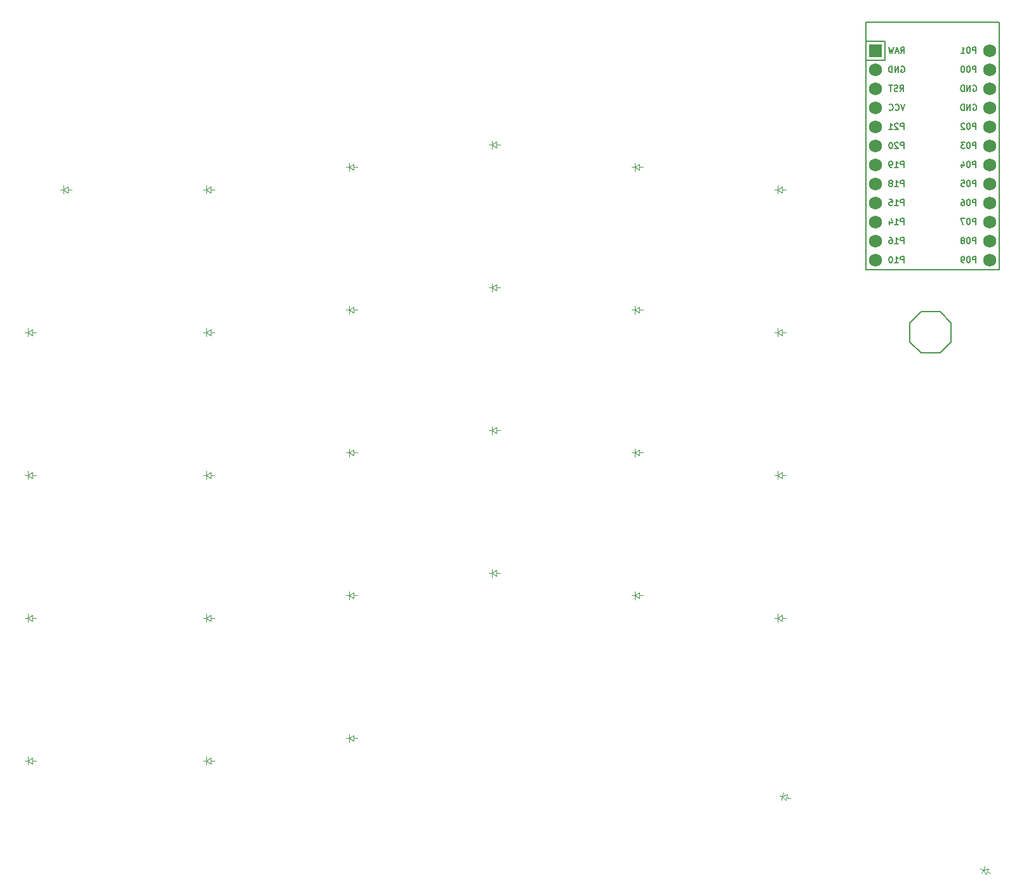
<source format=gbr>
%TF.GenerationSoftware,KiCad,Pcbnew,7.0.2-6a45011f42~172~ubuntu22.04.1*%
%TF.CreationDate,2023-05-03T20:51:48-04:00*%
%TF.ProjectId,left,6c656674-2e6b-4696-9361-645f70636258,v1.0.0*%
%TF.SameCoordinates,Original*%
%TF.FileFunction,Legend,Bot*%
%TF.FilePolarity,Positive*%
%FSLAX46Y46*%
G04 Gerber Fmt 4.6, Leading zero omitted, Abs format (unit mm)*
G04 Created by KiCad (PCBNEW 7.0.2-6a45011f42~172~ubuntu22.04.1) date 2023-05-03 20:51:48*
%MOMM*%
%LPD*%
G01*
G04 APERTURE LIST*
%ADD10C,0.150000*%
%ADD11C,0.100000*%
%ADD12C,1.752600*%
%ADD13R,1.752600X1.752600*%
G04 APERTURE END LIST*
D10*
%TO.C,MCU1*%
X171336428Y-64740095D02*
X171336428Y-63940095D01*
X171336428Y-63940095D02*
X171031666Y-63940095D01*
X171031666Y-63940095D02*
X170955476Y-63978190D01*
X170955476Y-63978190D02*
X170917381Y-64016285D01*
X170917381Y-64016285D02*
X170879285Y-64092476D01*
X170879285Y-64092476D02*
X170879285Y-64206761D01*
X170879285Y-64206761D02*
X170917381Y-64282952D01*
X170917381Y-64282952D02*
X170955476Y-64321047D01*
X170955476Y-64321047D02*
X171031666Y-64359142D01*
X171031666Y-64359142D02*
X171336428Y-64359142D01*
X170384047Y-63940095D02*
X170307857Y-63940095D01*
X170307857Y-63940095D02*
X170231666Y-63978190D01*
X170231666Y-63978190D02*
X170193571Y-64016285D01*
X170193571Y-64016285D02*
X170155476Y-64092476D01*
X170155476Y-64092476D02*
X170117381Y-64244857D01*
X170117381Y-64244857D02*
X170117381Y-64435333D01*
X170117381Y-64435333D02*
X170155476Y-64587714D01*
X170155476Y-64587714D02*
X170193571Y-64663904D01*
X170193571Y-64663904D02*
X170231666Y-64702000D01*
X170231666Y-64702000D02*
X170307857Y-64740095D01*
X170307857Y-64740095D02*
X170384047Y-64740095D01*
X170384047Y-64740095D02*
X170460238Y-64702000D01*
X170460238Y-64702000D02*
X170498333Y-64663904D01*
X170498333Y-64663904D02*
X170536428Y-64587714D01*
X170536428Y-64587714D02*
X170574524Y-64435333D01*
X170574524Y-64435333D02*
X170574524Y-64244857D01*
X170574524Y-64244857D02*
X170536428Y-64092476D01*
X170536428Y-64092476D02*
X170498333Y-64016285D01*
X170498333Y-64016285D02*
X170460238Y-63978190D01*
X170460238Y-63978190D02*
X170384047Y-63940095D01*
X169736428Y-64740095D02*
X169584047Y-64740095D01*
X169584047Y-64740095D02*
X169507857Y-64702000D01*
X169507857Y-64702000D02*
X169469761Y-64663904D01*
X169469761Y-64663904D02*
X169393571Y-64549619D01*
X169393571Y-64549619D02*
X169355476Y-64397238D01*
X169355476Y-64397238D02*
X169355476Y-64092476D01*
X169355476Y-64092476D02*
X169393571Y-64016285D01*
X169393571Y-64016285D02*
X169431666Y-63978190D01*
X169431666Y-63978190D02*
X169507857Y-63940095D01*
X169507857Y-63940095D02*
X169660238Y-63940095D01*
X169660238Y-63940095D02*
X169736428Y-63978190D01*
X169736428Y-63978190D02*
X169774523Y-64016285D01*
X169774523Y-64016285D02*
X169812619Y-64092476D01*
X169812619Y-64092476D02*
X169812619Y-64282952D01*
X169812619Y-64282952D02*
X169774523Y-64359142D01*
X169774523Y-64359142D02*
X169736428Y-64397238D01*
X169736428Y-64397238D02*
X169660238Y-64435333D01*
X169660238Y-64435333D02*
X169507857Y-64435333D01*
X169507857Y-64435333D02*
X169431666Y-64397238D01*
X169431666Y-64397238D02*
X169393571Y-64359142D01*
X169393571Y-64359142D02*
X169355476Y-64282952D01*
X171336428Y-62200095D02*
X171336428Y-61400095D01*
X171336428Y-61400095D02*
X171031666Y-61400095D01*
X171031666Y-61400095D02*
X170955476Y-61438190D01*
X170955476Y-61438190D02*
X170917381Y-61476285D01*
X170917381Y-61476285D02*
X170879285Y-61552476D01*
X170879285Y-61552476D02*
X170879285Y-61666761D01*
X170879285Y-61666761D02*
X170917381Y-61742952D01*
X170917381Y-61742952D02*
X170955476Y-61781047D01*
X170955476Y-61781047D02*
X171031666Y-61819142D01*
X171031666Y-61819142D02*
X171336428Y-61819142D01*
X170384047Y-61400095D02*
X170307857Y-61400095D01*
X170307857Y-61400095D02*
X170231666Y-61438190D01*
X170231666Y-61438190D02*
X170193571Y-61476285D01*
X170193571Y-61476285D02*
X170155476Y-61552476D01*
X170155476Y-61552476D02*
X170117381Y-61704857D01*
X170117381Y-61704857D02*
X170117381Y-61895333D01*
X170117381Y-61895333D02*
X170155476Y-62047714D01*
X170155476Y-62047714D02*
X170193571Y-62123904D01*
X170193571Y-62123904D02*
X170231666Y-62162000D01*
X170231666Y-62162000D02*
X170307857Y-62200095D01*
X170307857Y-62200095D02*
X170384047Y-62200095D01*
X170384047Y-62200095D02*
X170460238Y-62162000D01*
X170460238Y-62162000D02*
X170498333Y-62123904D01*
X170498333Y-62123904D02*
X170536428Y-62047714D01*
X170536428Y-62047714D02*
X170574524Y-61895333D01*
X170574524Y-61895333D02*
X170574524Y-61704857D01*
X170574524Y-61704857D02*
X170536428Y-61552476D01*
X170536428Y-61552476D02*
X170498333Y-61476285D01*
X170498333Y-61476285D02*
X170460238Y-61438190D01*
X170460238Y-61438190D02*
X170384047Y-61400095D01*
X169660238Y-61742952D02*
X169736428Y-61704857D01*
X169736428Y-61704857D02*
X169774523Y-61666761D01*
X169774523Y-61666761D02*
X169812619Y-61590571D01*
X169812619Y-61590571D02*
X169812619Y-61552476D01*
X169812619Y-61552476D02*
X169774523Y-61476285D01*
X169774523Y-61476285D02*
X169736428Y-61438190D01*
X169736428Y-61438190D02*
X169660238Y-61400095D01*
X169660238Y-61400095D02*
X169507857Y-61400095D01*
X169507857Y-61400095D02*
X169431666Y-61438190D01*
X169431666Y-61438190D02*
X169393571Y-61476285D01*
X169393571Y-61476285D02*
X169355476Y-61552476D01*
X169355476Y-61552476D02*
X169355476Y-61590571D01*
X169355476Y-61590571D02*
X169393571Y-61666761D01*
X169393571Y-61666761D02*
X169431666Y-61704857D01*
X169431666Y-61704857D02*
X169507857Y-61742952D01*
X169507857Y-61742952D02*
X169660238Y-61742952D01*
X169660238Y-61742952D02*
X169736428Y-61781047D01*
X169736428Y-61781047D02*
X169774523Y-61819142D01*
X169774523Y-61819142D02*
X169812619Y-61895333D01*
X169812619Y-61895333D02*
X169812619Y-62047714D01*
X169812619Y-62047714D02*
X169774523Y-62123904D01*
X169774523Y-62123904D02*
X169736428Y-62162000D01*
X169736428Y-62162000D02*
X169660238Y-62200095D01*
X169660238Y-62200095D02*
X169507857Y-62200095D01*
X169507857Y-62200095D02*
X169431666Y-62162000D01*
X169431666Y-62162000D02*
X169393571Y-62123904D01*
X169393571Y-62123904D02*
X169355476Y-62047714D01*
X169355476Y-62047714D02*
X169355476Y-61895333D01*
X169355476Y-61895333D02*
X169393571Y-61819142D01*
X169393571Y-61819142D02*
X169431666Y-61781047D01*
X169431666Y-61781047D02*
X169507857Y-61742952D01*
X171336428Y-59660095D02*
X171336428Y-58860095D01*
X171336428Y-58860095D02*
X171031666Y-58860095D01*
X171031666Y-58860095D02*
X170955476Y-58898190D01*
X170955476Y-58898190D02*
X170917381Y-58936285D01*
X170917381Y-58936285D02*
X170879285Y-59012476D01*
X170879285Y-59012476D02*
X170879285Y-59126761D01*
X170879285Y-59126761D02*
X170917381Y-59202952D01*
X170917381Y-59202952D02*
X170955476Y-59241047D01*
X170955476Y-59241047D02*
X171031666Y-59279142D01*
X171031666Y-59279142D02*
X171336428Y-59279142D01*
X170384047Y-58860095D02*
X170307857Y-58860095D01*
X170307857Y-58860095D02*
X170231666Y-58898190D01*
X170231666Y-58898190D02*
X170193571Y-58936285D01*
X170193571Y-58936285D02*
X170155476Y-59012476D01*
X170155476Y-59012476D02*
X170117381Y-59164857D01*
X170117381Y-59164857D02*
X170117381Y-59355333D01*
X170117381Y-59355333D02*
X170155476Y-59507714D01*
X170155476Y-59507714D02*
X170193571Y-59583904D01*
X170193571Y-59583904D02*
X170231666Y-59622000D01*
X170231666Y-59622000D02*
X170307857Y-59660095D01*
X170307857Y-59660095D02*
X170384047Y-59660095D01*
X170384047Y-59660095D02*
X170460238Y-59622000D01*
X170460238Y-59622000D02*
X170498333Y-59583904D01*
X170498333Y-59583904D02*
X170536428Y-59507714D01*
X170536428Y-59507714D02*
X170574524Y-59355333D01*
X170574524Y-59355333D02*
X170574524Y-59164857D01*
X170574524Y-59164857D02*
X170536428Y-59012476D01*
X170536428Y-59012476D02*
X170498333Y-58936285D01*
X170498333Y-58936285D02*
X170460238Y-58898190D01*
X170460238Y-58898190D02*
X170384047Y-58860095D01*
X169850714Y-58860095D02*
X169317380Y-58860095D01*
X169317380Y-58860095D02*
X169660238Y-59660095D01*
X171336428Y-57120095D02*
X171336428Y-56320095D01*
X171336428Y-56320095D02*
X171031666Y-56320095D01*
X171031666Y-56320095D02*
X170955476Y-56358190D01*
X170955476Y-56358190D02*
X170917381Y-56396285D01*
X170917381Y-56396285D02*
X170879285Y-56472476D01*
X170879285Y-56472476D02*
X170879285Y-56586761D01*
X170879285Y-56586761D02*
X170917381Y-56662952D01*
X170917381Y-56662952D02*
X170955476Y-56701047D01*
X170955476Y-56701047D02*
X171031666Y-56739142D01*
X171031666Y-56739142D02*
X171336428Y-56739142D01*
X170384047Y-56320095D02*
X170307857Y-56320095D01*
X170307857Y-56320095D02*
X170231666Y-56358190D01*
X170231666Y-56358190D02*
X170193571Y-56396285D01*
X170193571Y-56396285D02*
X170155476Y-56472476D01*
X170155476Y-56472476D02*
X170117381Y-56624857D01*
X170117381Y-56624857D02*
X170117381Y-56815333D01*
X170117381Y-56815333D02*
X170155476Y-56967714D01*
X170155476Y-56967714D02*
X170193571Y-57043904D01*
X170193571Y-57043904D02*
X170231666Y-57082000D01*
X170231666Y-57082000D02*
X170307857Y-57120095D01*
X170307857Y-57120095D02*
X170384047Y-57120095D01*
X170384047Y-57120095D02*
X170460238Y-57082000D01*
X170460238Y-57082000D02*
X170498333Y-57043904D01*
X170498333Y-57043904D02*
X170536428Y-56967714D01*
X170536428Y-56967714D02*
X170574524Y-56815333D01*
X170574524Y-56815333D02*
X170574524Y-56624857D01*
X170574524Y-56624857D02*
X170536428Y-56472476D01*
X170536428Y-56472476D02*
X170498333Y-56396285D01*
X170498333Y-56396285D02*
X170460238Y-56358190D01*
X170460238Y-56358190D02*
X170384047Y-56320095D01*
X169431666Y-56320095D02*
X169584047Y-56320095D01*
X169584047Y-56320095D02*
X169660238Y-56358190D01*
X169660238Y-56358190D02*
X169698333Y-56396285D01*
X169698333Y-56396285D02*
X169774523Y-56510571D01*
X169774523Y-56510571D02*
X169812619Y-56662952D01*
X169812619Y-56662952D02*
X169812619Y-56967714D01*
X169812619Y-56967714D02*
X169774523Y-57043904D01*
X169774523Y-57043904D02*
X169736428Y-57082000D01*
X169736428Y-57082000D02*
X169660238Y-57120095D01*
X169660238Y-57120095D02*
X169507857Y-57120095D01*
X169507857Y-57120095D02*
X169431666Y-57082000D01*
X169431666Y-57082000D02*
X169393571Y-57043904D01*
X169393571Y-57043904D02*
X169355476Y-56967714D01*
X169355476Y-56967714D02*
X169355476Y-56777238D01*
X169355476Y-56777238D02*
X169393571Y-56701047D01*
X169393571Y-56701047D02*
X169431666Y-56662952D01*
X169431666Y-56662952D02*
X169507857Y-56624857D01*
X169507857Y-56624857D02*
X169660238Y-56624857D01*
X169660238Y-56624857D02*
X169736428Y-56662952D01*
X169736428Y-56662952D02*
X169774523Y-56701047D01*
X169774523Y-56701047D02*
X169812619Y-56777238D01*
X171336428Y-54580095D02*
X171336428Y-53780095D01*
X171336428Y-53780095D02*
X171031666Y-53780095D01*
X171031666Y-53780095D02*
X170955476Y-53818190D01*
X170955476Y-53818190D02*
X170917381Y-53856285D01*
X170917381Y-53856285D02*
X170879285Y-53932476D01*
X170879285Y-53932476D02*
X170879285Y-54046761D01*
X170879285Y-54046761D02*
X170917381Y-54122952D01*
X170917381Y-54122952D02*
X170955476Y-54161047D01*
X170955476Y-54161047D02*
X171031666Y-54199142D01*
X171031666Y-54199142D02*
X171336428Y-54199142D01*
X170384047Y-53780095D02*
X170307857Y-53780095D01*
X170307857Y-53780095D02*
X170231666Y-53818190D01*
X170231666Y-53818190D02*
X170193571Y-53856285D01*
X170193571Y-53856285D02*
X170155476Y-53932476D01*
X170155476Y-53932476D02*
X170117381Y-54084857D01*
X170117381Y-54084857D02*
X170117381Y-54275333D01*
X170117381Y-54275333D02*
X170155476Y-54427714D01*
X170155476Y-54427714D02*
X170193571Y-54503904D01*
X170193571Y-54503904D02*
X170231666Y-54542000D01*
X170231666Y-54542000D02*
X170307857Y-54580095D01*
X170307857Y-54580095D02*
X170384047Y-54580095D01*
X170384047Y-54580095D02*
X170460238Y-54542000D01*
X170460238Y-54542000D02*
X170498333Y-54503904D01*
X170498333Y-54503904D02*
X170536428Y-54427714D01*
X170536428Y-54427714D02*
X170574524Y-54275333D01*
X170574524Y-54275333D02*
X170574524Y-54084857D01*
X170574524Y-54084857D02*
X170536428Y-53932476D01*
X170536428Y-53932476D02*
X170498333Y-53856285D01*
X170498333Y-53856285D02*
X170460238Y-53818190D01*
X170460238Y-53818190D02*
X170384047Y-53780095D01*
X169393571Y-53780095D02*
X169774523Y-53780095D01*
X169774523Y-53780095D02*
X169812619Y-54161047D01*
X169812619Y-54161047D02*
X169774523Y-54122952D01*
X169774523Y-54122952D02*
X169698333Y-54084857D01*
X169698333Y-54084857D02*
X169507857Y-54084857D01*
X169507857Y-54084857D02*
X169431666Y-54122952D01*
X169431666Y-54122952D02*
X169393571Y-54161047D01*
X169393571Y-54161047D02*
X169355476Y-54237238D01*
X169355476Y-54237238D02*
X169355476Y-54427714D01*
X169355476Y-54427714D02*
X169393571Y-54503904D01*
X169393571Y-54503904D02*
X169431666Y-54542000D01*
X169431666Y-54542000D02*
X169507857Y-54580095D01*
X169507857Y-54580095D02*
X169698333Y-54580095D01*
X169698333Y-54580095D02*
X169774523Y-54542000D01*
X169774523Y-54542000D02*
X169812619Y-54503904D01*
X171336428Y-52040095D02*
X171336428Y-51240095D01*
X171336428Y-51240095D02*
X171031666Y-51240095D01*
X171031666Y-51240095D02*
X170955476Y-51278190D01*
X170955476Y-51278190D02*
X170917381Y-51316285D01*
X170917381Y-51316285D02*
X170879285Y-51392476D01*
X170879285Y-51392476D02*
X170879285Y-51506761D01*
X170879285Y-51506761D02*
X170917381Y-51582952D01*
X170917381Y-51582952D02*
X170955476Y-51621047D01*
X170955476Y-51621047D02*
X171031666Y-51659142D01*
X171031666Y-51659142D02*
X171336428Y-51659142D01*
X170384047Y-51240095D02*
X170307857Y-51240095D01*
X170307857Y-51240095D02*
X170231666Y-51278190D01*
X170231666Y-51278190D02*
X170193571Y-51316285D01*
X170193571Y-51316285D02*
X170155476Y-51392476D01*
X170155476Y-51392476D02*
X170117381Y-51544857D01*
X170117381Y-51544857D02*
X170117381Y-51735333D01*
X170117381Y-51735333D02*
X170155476Y-51887714D01*
X170155476Y-51887714D02*
X170193571Y-51963904D01*
X170193571Y-51963904D02*
X170231666Y-52002000D01*
X170231666Y-52002000D02*
X170307857Y-52040095D01*
X170307857Y-52040095D02*
X170384047Y-52040095D01*
X170384047Y-52040095D02*
X170460238Y-52002000D01*
X170460238Y-52002000D02*
X170498333Y-51963904D01*
X170498333Y-51963904D02*
X170536428Y-51887714D01*
X170536428Y-51887714D02*
X170574524Y-51735333D01*
X170574524Y-51735333D02*
X170574524Y-51544857D01*
X170574524Y-51544857D02*
X170536428Y-51392476D01*
X170536428Y-51392476D02*
X170498333Y-51316285D01*
X170498333Y-51316285D02*
X170460238Y-51278190D01*
X170460238Y-51278190D02*
X170384047Y-51240095D01*
X169431666Y-51506761D02*
X169431666Y-52040095D01*
X169622142Y-51202000D02*
X169812619Y-51773428D01*
X169812619Y-51773428D02*
X169317380Y-51773428D01*
X171336428Y-49500095D02*
X171336428Y-48700095D01*
X171336428Y-48700095D02*
X171031666Y-48700095D01*
X171031666Y-48700095D02*
X170955476Y-48738190D01*
X170955476Y-48738190D02*
X170917381Y-48776285D01*
X170917381Y-48776285D02*
X170879285Y-48852476D01*
X170879285Y-48852476D02*
X170879285Y-48966761D01*
X170879285Y-48966761D02*
X170917381Y-49042952D01*
X170917381Y-49042952D02*
X170955476Y-49081047D01*
X170955476Y-49081047D02*
X171031666Y-49119142D01*
X171031666Y-49119142D02*
X171336428Y-49119142D01*
X170384047Y-48700095D02*
X170307857Y-48700095D01*
X170307857Y-48700095D02*
X170231666Y-48738190D01*
X170231666Y-48738190D02*
X170193571Y-48776285D01*
X170193571Y-48776285D02*
X170155476Y-48852476D01*
X170155476Y-48852476D02*
X170117381Y-49004857D01*
X170117381Y-49004857D02*
X170117381Y-49195333D01*
X170117381Y-49195333D02*
X170155476Y-49347714D01*
X170155476Y-49347714D02*
X170193571Y-49423904D01*
X170193571Y-49423904D02*
X170231666Y-49462000D01*
X170231666Y-49462000D02*
X170307857Y-49500095D01*
X170307857Y-49500095D02*
X170384047Y-49500095D01*
X170384047Y-49500095D02*
X170460238Y-49462000D01*
X170460238Y-49462000D02*
X170498333Y-49423904D01*
X170498333Y-49423904D02*
X170536428Y-49347714D01*
X170536428Y-49347714D02*
X170574524Y-49195333D01*
X170574524Y-49195333D02*
X170574524Y-49004857D01*
X170574524Y-49004857D02*
X170536428Y-48852476D01*
X170536428Y-48852476D02*
X170498333Y-48776285D01*
X170498333Y-48776285D02*
X170460238Y-48738190D01*
X170460238Y-48738190D02*
X170384047Y-48700095D01*
X169850714Y-48700095D02*
X169355476Y-48700095D01*
X169355476Y-48700095D02*
X169622142Y-49004857D01*
X169622142Y-49004857D02*
X169507857Y-49004857D01*
X169507857Y-49004857D02*
X169431666Y-49042952D01*
X169431666Y-49042952D02*
X169393571Y-49081047D01*
X169393571Y-49081047D02*
X169355476Y-49157238D01*
X169355476Y-49157238D02*
X169355476Y-49347714D01*
X169355476Y-49347714D02*
X169393571Y-49423904D01*
X169393571Y-49423904D02*
X169431666Y-49462000D01*
X169431666Y-49462000D02*
X169507857Y-49500095D01*
X169507857Y-49500095D02*
X169736428Y-49500095D01*
X169736428Y-49500095D02*
X169812619Y-49462000D01*
X169812619Y-49462000D02*
X169850714Y-49423904D01*
X171336428Y-46960095D02*
X171336428Y-46160095D01*
X171336428Y-46160095D02*
X171031666Y-46160095D01*
X171031666Y-46160095D02*
X170955476Y-46198190D01*
X170955476Y-46198190D02*
X170917381Y-46236285D01*
X170917381Y-46236285D02*
X170879285Y-46312476D01*
X170879285Y-46312476D02*
X170879285Y-46426761D01*
X170879285Y-46426761D02*
X170917381Y-46502952D01*
X170917381Y-46502952D02*
X170955476Y-46541047D01*
X170955476Y-46541047D02*
X171031666Y-46579142D01*
X171031666Y-46579142D02*
X171336428Y-46579142D01*
X170384047Y-46160095D02*
X170307857Y-46160095D01*
X170307857Y-46160095D02*
X170231666Y-46198190D01*
X170231666Y-46198190D02*
X170193571Y-46236285D01*
X170193571Y-46236285D02*
X170155476Y-46312476D01*
X170155476Y-46312476D02*
X170117381Y-46464857D01*
X170117381Y-46464857D02*
X170117381Y-46655333D01*
X170117381Y-46655333D02*
X170155476Y-46807714D01*
X170155476Y-46807714D02*
X170193571Y-46883904D01*
X170193571Y-46883904D02*
X170231666Y-46922000D01*
X170231666Y-46922000D02*
X170307857Y-46960095D01*
X170307857Y-46960095D02*
X170384047Y-46960095D01*
X170384047Y-46960095D02*
X170460238Y-46922000D01*
X170460238Y-46922000D02*
X170498333Y-46883904D01*
X170498333Y-46883904D02*
X170536428Y-46807714D01*
X170536428Y-46807714D02*
X170574524Y-46655333D01*
X170574524Y-46655333D02*
X170574524Y-46464857D01*
X170574524Y-46464857D02*
X170536428Y-46312476D01*
X170536428Y-46312476D02*
X170498333Y-46236285D01*
X170498333Y-46236285D02*
X170460238Y-46198190D01*
X170460238Y-46198190D02*
X170384047Y-46160095D01*
X169812619Y-46236285D02*
X169774523Y-46198190D01*
X169774523Y-46198190D02*
X169698333Y-46160095D01*
X169698333Y-46160095D02*
X169507857Y-46160095D01*
X169507857Y-46160095D02*
X169431666Y-46198190D01*
X169431666Y-46198190D02*
X169393571Y-46236285D01*
X169393571Y-46236285D02*
X169355476Y-46312476D01*
X169355476Y-46312476D02*
X169355476Y-46388666D01*
X169355476Y-46388666D02*
X169393571Y-46502952D01*
X169393571Y-46502952D02*
X169850714Y-46960095D01*
X169850714Y-46960095D02*
X169355476Y-46960095D01*
X170974523Y-43658190D02*
X171050713Y-43620095D01*
X171050713Y-43620095D02*
X171164999Y-43620095D01*
X171164999Y-43620095D02*
X171279285Y-43658190D01*
X171279285Y-43658190D02*
X171355475Y-43734380D01*
X171355475Y-43734380D02*
X171393570Y-43810571D01*
X171393570Y-43810571D02*
X171431666Y-43962952D01*
X171431666Y-43962952D02*
X171431666Y-44077238D01*
X171431666Y-44077238D02*
X171393570Y-44229619D01*
X171393570Y-44229619D02*
X171355475Y-44305809D01*
X171355475Y-44305809D02*
X171279285Y-44382000D01*
X171279285Y-44382000D02*
X171164999Y-44420095D01*
X171164999Y-44420095D02*
X171088808Y-44420095D01*
X171088808Y-44420095D02*
X170974523Y-44382000D01*
X170974523Y-44382000D02*
X170936427Y-44343904D01*
X170936427Y-44343904D02*
X170936427Y-44077238D01*
X170936427Y-44077238D02*
X171088808Y-44077238D01*
X170593570Y-44420095D02*
X170593570Y-43620095D01*
X170593570Y-43620095D02*
X170136427Y-44420095D01*
X170136427Y-44420095D02*
X170136427Y-43620095D01*
X169755475Y-44420095D02*
X169755475Y-43620095D01*
X169755475Y-43620095D02*
X169564999Y-43620095D01*
X169564999Y-43620095D02*
X169450713Y-43658190D01*
X169450713Y-43658190D02*
X169374523Y-43734380D01*
X169374523Y-43734380D02*
X169336428Y-43810571D01*
X169336428Y-43810571D02*
X169298332Y-43962952D01*
X169298332Y-43962952D02*
X169298332Y-44077238D01*
X169298332Y-44077238D02*
X169336428Y-44229619D01*
X169336428Y-44229619D02*
X169374523Y-44305809D01*
X169374523Y-44305809D02*
X169450713Y-44382000D01*
X169450713Y-44382000D02*
X169564999Y-44420095D01*
X169564999Y-44420095D02*
X169755475Y-44420095D01*
X170974523Y-41118190D02*
X171050713Y-41080095D01*
X171050713Y-41080095D02*
X171164999Y-41080095D01*
X171164999Y-41080095D02*
X171279285Y-41118190D01*
X171279285Y-41118190D02*
X171355475Y-41194380D01*
X171355475Y-41194380D02*
X171393570Y-41270571D01*
X171393570Y-41270571D02*
X171431666Y-41422952D01*
X171431666Y-41422952D02*
X171431666Y-41537238D01*
X171431666Y-41537238D02*
X171393570Y-41689619D01*
X171393570Y-41689619D02*
X171355475Y-41765809D01*
X171355475Y-41765809D02*
X171279285Y-41842000D01*
X171279285Y-41842000D02*
X171164999Y-41880095D01*
X171164999Y-41880095D02*
X171088808Y-41880095D01*
X171088808Y-41880095D02*
X170974523Y-41842000D01*
X170974523Y-41842000D02*
X170936427Y-41803904D01*
X170936427Y-41803904D02*
X170936427Y-41537238D01*
X170936427Y-41537238D02*
X171088808Y-41537238D01*
X170593570Y-41880095D02*
X170593570Y-41080095D01*
X170593570Y-41080095D02*
X170136427Y-41880095D01*
X170136427Y-41880095D02*
X170136427Y-41080095D01*
X169755475Y-41880095D02*
X169755475Y-41080095D01*
X169755475Y-41080095D02*
X169564999Y-41080095D01*
X169564999Y-41080095D02*
X169450713Y-41118190D01*
X169450713Y-41118190D02*
X169374523Y-41194380D01*
X169374523Y-41194380D02*
X169336428Y-41270571D01*
X169336428Y-41270571D02*
X169298332Y-41422952D01*
X169298332Y-41422952D02*
X169298332Y-41537238D01*
X169298332Y-41537238D02*
X169336428Y-41689619D01*
X169336428Y-41689619D02*
X169374523Y-41765809D01*
X169374523Y-41765809D02*
X169450713Y-41842000D01*
X169450713Y-41842000D02*
X169564999Y-41880095D01*
X169564999Y-41880095D02*
X169755475Y-41880095D01*
X171336428Y-39340095D02*
X171336428Y-38540095D01*
X171336428Y-38540095D02*
X171031666Y-38540095D01*
X171031666Y-38540095D02*
X170955476Y-38578190D01*
X170955476Y-38578190D02*
X170917381Y-38616285D01*
X170917381Y-38616285D02*
X170879285Y-38692476D01*
X170879285Y-38692476D02*
X170879285Y-38806761D01*
X170879285Y-38806761D02*
X170917381Y-38882952D01*
X170917381Y-38882952D02*
X170955476Y-38921047D01*
X170955476Y-38921047D02*
X171031666Y-38959142D01*
X171031666Y-38959142D02*
X171336428Y-38959142D01*
X170384047Y-38540095D02*
X170307857Y-38540095D01*
X170307857Y-38540095D02*
X170231666Y-38578190D01*
X170231666Y-38578190D02*
X170193571Y-38616285D01*
X170193571Y-38616285D02*
X170155476Y-38692476D01*
X170155476Y-38692476D02*
X170117381Y-38844857D01*
X170117381Y-38844857D02*
X170117381Y-39035333D01*
X170117381Y-39035333D02*
X170155476Y-39187714D01*
X170155476Y-39187714D02*
X170193571Y-39263904D01*
X170193571Y-39263904D02*
X170231666Y-39302000D01*
X170231666Y-39302000D02*
X170307857Y-39340095D01*
X170307857Y-39340095D02*
X170384047Y-39340095D01*
X170384047Y-39340095D02*
X170460238Y-39302000D01*
X170460238Y-39302000D02*
X170498333Y-39263904D01*
X170498333Y-39263904D02*
X170536428Y-39187714D01*
X170536428Y-39187714D02*
X170574524Y-39035333D01*
X170574524Y-39035333D02*
X170574524Y-38844857D01*
X170574524Y-38844857D02*
X170536428Y-38692476D01*
X170536428Y-38692476D02*
X170498333Y-38616285D01*
X170498333Y-38616285D02*
X170460238Y-38578190D01*
X170460238Y-38578190D02*
X170384047Y-38540095D01*
X169622142Y-38540095D02*
X169545952Y-38540095D01*
X169545952Y-38540095D02*
X169469761Y-38578190D01*
X169469761Y-38578190D02*
X169431666Y-38616285D01*
X169431666Y-38616285D02*
X169393571Y-38692476D01*
X169393571Y-38692476D02*
X169355476Y-38844857D01*
X169355476Y-38844857D02*
X169355476Y-39035333D01*
X169355476Y-39035333D02*
X169393571Y-39187714D01*
X169393571Y-39187714D02*
X169431666Y-39263904D01*
X169431666Y-39263904D02*
X169469761Y-39302000D01*
X169469761Y-39302000D02*
X169545952Y-39340095D01*
X169545952Y-39340095D02*
X169622142Y-39340095D01*
X169622142Y-39340095D02*
X169698333Y-39302000D01*
X169698333Y-39302000D02*
X169736428Y-39263904D01*
X169736428Y-39263904D02*
X169774523Y-39187714D01*
X169774523Y-39187714D02*
X169812619Y-39035333D01*
X169812619Y-39035333D02*
X169812619Y-38844857D01*
X169812619Y-38844857D02*
X169774523Y-38692476D01*
X169774523Y-38692476D02*
X169736428Y-38616285D01*
X169736428Y-38616285D02*
X169698333Y-38578190D01*
X169698333Y-38578190D02*
X169622142Y-38540095D01*
X171336428Y-36800095D02*
X171336428Y-36000095D01*
X171336428Y-36000095D02*
X171031666Y-36000095D01*
X171031666Y-36000095D02*
X170955476Y-36038190D01*
X170955476Y-36038190D02*
X170917381Y-36076285D01*
X170917381Y-36076285D02*
X170879285Y-36152476D01*
X170879285Y-36152476D02*
X170879285Y-36266761D01*
X170879285Y-36266761D02*
X170917381Y-36342952D01*
X170917381Y-36342952D02*
X170955476Y-36381047D01*
X170955476Y-36381047D02*
X171031666Y-36419142D01*
X171031666Y-36419142D02*
X171336428Y-36419142D01*
X170384047Y-36000095D02*
X170307857Y-36000095D01*
X170307857Y-36000095D02*
X170231666Y-36038190D01*
X170231666Y-36038190D02*
X170193571Y-36076285D01*
X170193571Y-36076285D02*
X170155476Y-36152476D01*
X170155476Y-36152476D02*
X170117381Y-36304857D01*
X170117381Y-36304857D02*
X170117381Y-36495333D01*
X170117381Y-36495333D02*
X170155476Y-36647714D01*
X170155476Y-36647714D02*
X170193571Y-36723904D01*
X170193571Y-36723904D02*
X170231666Y-36762000D01*
X170231666Y-36762000D02*
X170307857Y-36800095D01*
X170307857Y-36800095D02*
X170384047Y-36800095D01*
X170384047Y-36800095D02*
X170460238Y-36762000D01*
X170460238Y-36762000D02*
X170498333Y-36723904D01*
X170498333Y-36723904D02*
X170536428Y-36647714D01*
X170536428Y-36647714D02*
X170574524Y-36495333D01*
X170574524Y-36495333D02*
X170574524Y-36304857D01*
X170574524Y-36304857D02*
X170536428Y-36152476D01*
X170536428Y-36152476D02*
X170498333Y-36076285D01*
X170498333Y-36076285D02*
X170460238Y-36038190D01*
X170460238Y-36038190D02*
X170384047Y-36000095D01*
X169355476Y-36800095D02*
X169812619Y-36800095D01*
X169584047Y-36800095D02*
X169584047Y-36000095D01*
X169584047Y-36000095D02*
X169660238Y-36114380D01*
X169660238Y-36114380D02*
X169736428Y-36190571D01*
X169736428Y-36190571D02*
X169812619Y-36228666D01*
X161736428Y-64740095D02*
X161736428Y-63940095D01*
X161736428Y-63940095D02*
X161431666Y-63940095D01*
X161431666Y-63940095D02*
X161355476Y-63978190D01*
X161355476Y-63978190D02*
X161317381Y-64016285D01*
X161317381Y-64016285D02*
X161279285Y-64092476D01*
X161279285Y-64092476D02*
X161279285Y-64206761D01*
X161279285Y-64206761D02*
X161317381Y-64282952D01*
X161317381Y-64282952D02*
X161355476Y-64321047D01*
X161355476Y-64321047D02*
X161431666Y-64359142D01*
X161431666Y-64359142D02*
X161736428Y-64359142D01*
X160517381Y-64740095D02*
X160974524Y-64740095D01*
X160745952Y-64740095D02*
X160745952Y-63940095D01*
X160745952Y-63940095D02*
X160822143Y-64054380D01*
X160822143Y-64054380D02*
X160898333Y-64130571D01*
X160898333Y-64130571D02*
X160974524Y-64168666D01*
X160022142Y-63940095D02*
X159945952Y-63940095D01*
X159945952Y-63940095D02*
X159869761Y-63978190D01*
X159869761Y-63978190D02*
X159831666Y-64016285D01*
X159831666Y-64016285D02*
X159793571Y-64092476D01*
X159793571Y-64092476D02*
X159755476Y-64244857D01*
X159755476Y-64244857D02*
X159755476Y-64435333D01*
X159755476Y-64435333D02*
X159793571Y-64587714D01*
X159793571Y-64587714D02*
X159831666Y-64663904D01*
X159831666Y-64663904D02*
X159869761Y-64702000D01*
X159869761Y-64702000D02*
X159945952Y-64740095D01*
X159945952Y-64740095D02*
X160022142Y-64740095D01*
X160022142Y-64740095D02*
X160098333Y-64702000D01*
X160098333Y-64702000D02*
X160136428Y-64663904D01*
X160136428Y-64663904D02*
X160174523Y-64587714D01*
X160174523Y-64587714D02*
X160212619Y-64435333D01*
X160212619Y-64435333D02*
X160212619Y-64244857D01*
X160212619Y-64244857D02*
X160174523Y-64092476D01*
X160174523Y-64092476D02*
X160136428Y-64016285D01*
X160136428Y-64016285D02*
X160098333Y-63978190D01*
X160098333Y-63978190D02*
X160022142Y-63940095D01*
X161736428Y-62200095D02*
X161736428Y-61400095D01*
X161736428Y-61400095D02*
X161431666Y-61400095D01*
X161431666Y-61400095D02*
X161355476Y-61438190D01*
X161355476Y-61438190D02*
X161317381Y-61476285D01*
X161317381Y-61476285D02*
X161279285Y-61552476D01*
X161279285Y-61552476D02*
X161279285Y-61666761D01*
X161279285Y-61666761D02*
X161317381Y-61742952D01*
X161317381Y-61742952D02*
X161355476Y-61781047D01*
X161355476Y-61781047D02*
X161431666Y-61819142D01*
X161431666Y-61819142D02*
X161736428Y-61819142D01*
X160517381Y-62200095D02*
X160974524Y-62200095D01*
X160745952Y-62200095D02*
X160745952Y-61400095D01*
X160745952Y-61400095D02*
X160822143Y-61514380D01*
X160822143Y-61514380D02*
X160898333Y-61590571D01*
X160898333Y-61590571D02*
X160974524Y-61628666D01*
X159831666Y-61400095D02*
X159984047Y-61400095D01*
X159984047Y-61400095D02*
X160060238Y-61438190D01*
X160060238Y-61438190D02*
X160098333Y-61476285D01*
X160098333Y-61476285D02*
X160174523Y-61590571D01*
X160174523Y-61590571D02*
X160212619Y-61742952D01*
X160212619Y-61742952D02*
X160212619Y-62047714D01*
X160212619Y-62047714D02*
X160174523Y-62123904D01*
X160174523Y-62123904D02*
X160136428Y-62162000D01*
X160136428Y-62162000D02*
X160060238Y-62200095D01*
X160060238Y-62200095D02*
X159907857Y-62200095D01*
X159907857Y-62200095D02*
X159831666Y-62162000D01*
X159831666Y-62162000D02*
X159793571Y-62123904D01*
X159793571Y-62123904D02*
X159755476Y-62047714D01*
X159755476Y-62047714D02*
X159755476Y-61857238D01*
X159755476Y-61857238D02*
X159793571Y-61781047D01*
X159793571Y-61781047D02*
X159831666Y-61742952D01*
X159831666Y-61742952D02*
X159907857Y-61704857D01*
X159907857Y-61704857D02*
X160060238Y-61704857D01*
X160060238Y-61704857D02*
X160136428Y-61742952D01*
X160136428Y-61742952D02*
X160174523Y-61781047D01*
X160174523Y-61781047D02*
X160212619Y-61857238D01*
X161736428Y-59660095D02*
X161736428Y-58860095D01*
X161736428Y-58860095D02*
X161431666Y-58860095D01*
X161431666Y-58860095D02*
X161355476Y-58898190D01*
X161355476Y-58898190D02*
X161317381Y-58936285D01*
X161317381Y-58936285D02*
X161279285Y-59012476D01*
X161279285Y-59012476D02*
X161279285Y-59126761D01*
X161279285Y-59126761D02*
X161317381Y-59202952D01*
X161317381Y-59202952D02*
X161355476Y-59241047D01*
X161355476Y-59241047D02*
X161431666Y-59279142D01*
X161431666Y-59279142D02*
X161736428Y-59279142D01*
X160517381Y-59660095D02*
X160974524Y-59660095D01*
X160745952Y-59660095D02*
X160745952Y-58860095D01*
X160745952Y-58860095D02*
X160822143Y-58974380D01*
X160822143Y-58974380D02*
X160898333Y-59050571D01*
X160898333Y-59050571D02*
X160974524Y-59088666D01*
X159831666Y-59126761D02*
X159831666Y-59660095D01*
X160022142Y-58822000D02*
X160212619Y-59393428D01*
X160212619Y-59393428D02*
X159717380Y-59393428D01*
X161736428Y-57120095D02*
X161736428Y-56320095D01*
X161736428Y-56320095D02*
X161431666Y-56320095D01*
X161431666Y-56320095D02*
X161355476Y-56358190D01*
X161355476Y-56358190D02*
X161317381Y-56396285D01*
X161317381Y-56396285D02*
X161279285Y-56472476D01*
X161279285Y-56472476D02*
X161279285Y-56586761D01*
X161279285Y-56586761D02*
X161317381Y-56662952D01*
X161317381Y-56662952D02*
X161355476Y-56701047D01*
X161355476Y-56701047D02*
X161431666Y-56739142D01*
X161431666Y-56739142D02*
X161736428Y-56739142D01*
X160517381Y-57120095D02*
X160974524Y-57120095D01*
X160745952Y-57120095D02*
X160745952Y-56320095D01*
X160745952Y-56320095D02*
X160822143Y-56434380D01*
X160822143Y-56434380D02*
X160898333Y-56510571D01*
X160898333Y-56510571D02*
X160974524Y-56548666D01*
X159793571Y-56320095D02*
X160174523Y-56320095D01*
X160174523Y-56320095D02*
X160212619Y-56701047D01*
X160212619Y-56701047D02*
X160174523Y-56662952D01*
X160174523Y-56662952D02*
X160098333Y-56624857D01*
X160098333Y-56624857D02*
X159907857Y-56624857D01*
X159907857Y-56624857D02*
X159831666Y-56662952D01*
X159831666Y-56662952D02*
X159793571Y-56701047D01*
X159793571Y-56701047D02*
X159755476Y-56777238D01*
X159755476Y-56777238D02*
X159755476Y-56967714D01*
X159755476Y-56967714D02*
X159793571Y-57043904D01*
X159793571Y-57043904D02*
X159831666Y-57082000D01*
X159831666Y-57082000D02*
X159907857Y-57120095D01*
X159907857Y-57120095D02*
X160098333Y-57120095D01*
X160098333Y-57120095D02*
X160174523Y-57082000D01*
X160174523Y-57082000D02*
X160212619Y-57043904D01*
X161736428Y-54580095D02*
X161736428Y-53780095D01*
X161736428Y-53780095D02*
X161431666Y-53780095D01*
X161431666Y-53780095D02*
X161355476Y-53818190D01*
X161355476Y-53818190D02*
X161317381Y-53856285D01*
X161317381Y-53856285D02*
X161279285Y-53932476D01*
X161279285Y-53932476D02*
X161279285Y-54046761D01*
X161279285Y-54046761D02*
X161317381Y-54122952D01*
X161317381Y-54122952D02*
X161355476Y-54161047D01*
X161355476Y-54161047D02*
X161431666Y-54199142D01*
X161431666Y-54199142D02*
X161736428Y-54199142D01*
X160517381Y-54580095D02*
X160974524Y-54580095D01*
X160745952Y-54580095D02*
X160745952Y-53780095D01*
X160745952Y-53780095D02*
X160822143Y-53894380D01*
X160822143Y-53894380D02*
X160898333Y-53970571D01*
X160898333Y-53970571D02*
X160974524Y-54008666D01*
X160060238Y-54122952D02*
X160136428Y-54084857D01*
X160136428Y-54084857D02*
X160174523Y-54046761D01*
X160174523Y-54046761D02*
X160212619Y-53970571D01*
X160212619Y-53970571D02*
X160212619Y-53932476D01*
X160212619Y-53932476D02*
X160174523Y-53856285D01*
X160174523Y-53856285D02*
X160136428Y-53818190D01*
X160136428Y-53818190D02*
X160060238Y-53780095D01*
X160060238Y-53780095D02*
X159907857Y-53780095D01*
X159907857Y-53780095D02*
X159831666Y-53818190D01*
X159831666Y-53818190D02*
X159793571Y-53856285D01*
X159793571Y-53856285D02*
X159755476Y-53932476D01*
X159755476Y-53932476D02*
X159755476Y-53970571D01*
X159755476Y-53970571D02*
X159793571Y-54046761D01*
X159793571Y-54046761D02*
X159831666Y-54084857D01*
X159831666Y-54084857D02*
X159907857Y-54122952D01*
X159907857Y-54122952D02*
X160060238Y-54122952D01*
X160060238Y-54122952D02*
X160136428Y-54161047D01*
X160136428Y-54161047D02*
X160174523Y-54199142D01*
X160174523Y-54199142D02*
X160212619Y-54275333D01*
X160212619Y-54275333D02*
X160212619Y-54427714D01*
X160212619Y-54427714D02*
X160174523Y-54503904D01*
X160174523Y-54503904D02*
X160136428Y-54542000D01*
X160136428Y-54542000D02*
X160060238Y-54580095D01*
X160060238Y-54580095D02*
X159907857Y-54580095D01*
X159907857Y-54580095D02*
X159831666Y-54542000D01*
X159831666Y-54542000D02*
X159793571Y-54503904D01*
X159793571Y-54503904D02*
X159755476Y-54427714D01*
X159755476Y-54427714D02*
X159755476Y-54275333D01*
X159755476Y-54275333D02*
X159793571Y-54199142D01*
X159793571Y-54199142D02*
X159831666Y-54161047D01*
X159831666Y-54161047D02*
X159907857Y-54122952D01*
X161736428Y-52040095D02*
X161736428Y-51240095D01*
X161736428Y-51240095D02*
X161431666Y-51240095D01*
X161431666Y-51240095D02*
X161355476Y-51278190D01*
X161355476Y-51278190D02*
X161317381Y-51316285D01*
X161317381Y-51316285D02*
X161279285Y-51392476D01*
X161279285Y-51392476D02*
X161279285Y-51506761D01*
X161279285Y-51506761D02*
X161317381Y-51582952D01*
X161317381Y-51582952D02*
X161355476Y-51621047D01*
X161355476Y-51621047D02*
X161431666Y-51659142D01*
X161431666Y-51659142D02*
X161736428Y-51659142D01*
X160517381Y-52040095D02*
X160974524Y-52040095D01*
X160745952Y-52040095D02*
X160745952Y-51240095D01*
X160745952Y-51240095D02*
X160822143Y-51354380D01*
X160822143Y-51354380D02*
X160898333Y-51430571D01*
X160898333Y-51430571D02*
X160974524Y-51468666D01*
X160136428Y-52040095D02*
X159984047Y-52040095D01*
X159984047Y-52040095D02*
X159907857Y-52002000D01*
X159907857Y-52002000D02*
X159869761Y-51963904D01*
X159869761Y-51963904D02*
X159793571Y-51849619D01*
X159793571Y-51849619D02*
X159755476Y-51697238D01*
X159755476Y-51697238D02*
X159755476Y-51392476D01*
X159755476Y-51392476D02*
X159793571Y-51316285D01*
X159793571Y-51316285D02*
X159831666Y-51278190D01*
X159831666Y-51278190D02*
X159907857Y-51240095D01*
X159907857Y-51240095D02*
X160060238Y-51240095D01*
X160060238Y-51240095D02*
X160136428Y-51278190D01*
X160136428Y-51278190D02*
X160174523Y-51316285D01*
X160174523Y-51316285D02*
X160212619Y-51392476D01*
X160212619Y-51392476D02*
X160212619Y-51582952D01*
X160212619Y-51582952D02*
X160174523Y-51659142D01*
X160174523Y-51659142D02*
X160136428Y-51697238D01*
X160136428Y-51697238D02*
X160060238Y-51735333D01*
X160060238Y-51735333D02*
X159907857Y-51735333D01*
X159907857Y-51735333D02*
X159831666Y-51697238D01*
X159831666Y-51697238D02*
X159793571Y-51659142D01*
X159793571Y-51659142D02*
X159755476Y-51582952D01*
X161736428Y-49500095D02*
X161736428Y-48700095D01*
X161736428Y-48700095D02*
X161431666Y-48700095D01*
X161431666Y-48700095D02*
X161355476Y-48738190D01*
X161355476Y-48738190D02*
X161317381Y-48776285D01*
X161317381Y-48776285D02*
X161279285Y-48852476D01*
X161279285Y-48852476D02*
X161279285Y-48966761D01*
X161279285Y-48966761D02*
X161317381Y-49042952D01*
X161317381Y-49042952D02*
X161355476Y-49081047D01*
X161355476Y-49081047D02*
X161431666Y-49119142D01*
X161431666Y-49119142D02*
X161736428Y-49119142D01*
X160974524Y-48776285D02*
X160936428Y-48738190D01*
X160936428Y-48738190D02*
X160860238Y-48700095D01*
X160860238Y-48700095D02*
X160669762Y-48700095D01*
X160669762Y-48700095D02*
X160593571Y-48738190D01*
X160593571Y-48738190D02*
X160555476Y-48776285D01*
X160555476Y-48776285D02*
X160517381Y-48852476D01*
X160517381Y-48852476D02*
X160517381Y-48928666D01*
X160517381Y-48928666D02*
X160555476Y-49042952D01*
X160555476Y-49042952D02*
X161012619Y-49500095D01*
X161012619Y-49500095D02*
X160517381Y-49500095D01*
X160022142Y-48700095D02*
X159945952Y-48700095D01*
X159945952Y-48700095D02*
X159869761Y-48738190D01*
X159869761Y-48738190D02*
X159831666Y-48776285D01*
X159831666Y-48776285D02*
X159793571Y-48852476D01*
X159793571Y-48852476D02*
X159755476Y-49004857D01*
X159755476Y-49004857D02*
X159755476Y-49195333D01*
X159755476Y-49195333D02*
X159793571Y-49347714D01*
X159793571Y-49347714D02*
X159831666Y-49423904D01*
X159831666Y-49423904D02*
X159869761Y-49462000D01*
X159869761Y-49462000D02*
X159945952Y-49500095D01*
X159945952Y-49500095D02*
X160022142Y-49500095D01*
X160022142Y-49500095D02*
X160098333Y-49462000D01*
X160098333Y-49462000D02*
X160136428Y-49423904D01*
X160136428Y-49423904D02*
X160174523Y-49347714D01*
X160174523Y-49347714D02*
X160212619Y-49195333D01*
X160212619Y-49195333D02*
X160212619Y-49004857D01*
X160212619Y-49004857D02*
X160174523Y-48852476D01*
X160174523Y-48852476D02*
X160136428Y-48776285D01*
X160136428Y-48776285D02*
X160098333Y-48738190D01*
X160098333Y-48738190D02*
X160022142Y-48700095D01*
X161736428Y-46960095D02*
X161736428Y-46160095D01*
X161736428Y-46160095D02*
X161431666Y-46160095D01*
X161431666Y-46160095D02*
X161355476Y-46198190D01*
X161355476Y-46198190D02*
X161317381Y-46236285D01*
X161317381Y-46236285D02*
X161279285Y-46312476D01*
X161279285Y-46312476D02*
X161279285Y-46426761D01*
X161279285Y-46426761D02*
X161317381Y-46502952D01*
X161317381Y-46502952D02*
X161355476Y-46541047D01*
X161355476Y-46541047D02*
X161431666Y-46579142D01*
X161431666Y-46579142D02*
X161736428Y-46579142D01*
X160974524Y-46236285D02*
X160936428Y-46198190D01*
X160936428Y-46198190D02*
X160860238Y-46160095D01*
X160860238Y-46160095D02*
X160669762Y-46160095D01*
X160669762Y-46160095D02*
X160593571Y-46198190D01*
X160593571Y-46198190D02*
X160555476Y-46236285D01*
X160555476Y-46236285D02*
X160517381Y-46312476D01*
X160517381Y-46312476D02*
X160517381Y-46388666D01*
X160517381Y-46388666D02*
X160555476Y-46502952D01*
X160555476Y-46502952D02*
X161012619Y-46960095D01*
X161012619Y-46960095D02*
X160517381Y-46960095D01*
X159755476Y-46960095D02*
X160212619Y-46960095D01*
X159984047Y-46960095D02*
X159984047Y-46160095D01*
X159984047Y-46160095D02*
X160060238Y-46274380D01*
X160060238Y-46274380D02*
X160136428Y-46350571D01*
X160136428Y-46350571D02*
X160212619Y-46388666D01*
X161831666Y-43620095D02*
X161564999Y-44420095D01*
X161564999Y-44420095D02*
X161298333Y-43620095D01*
X160574523Y-44343904D02*
X160612619Y-44382000D01*
X160612619Y-44382000D02*
X160726904Y-44420095D01*
X160726904Y-44420095D02*
X160803095Y-44420095D01*
X160803095Y-44420095D02*
X160917381Y-44382000D01*
X160917381Y-44382000D02*
X160993571Y-44305809D01*
X160993571Y-44305809D02*
X161031666Y-44229619D01*
X161031666Y-44229619D02*
X161069762Y-44077238D01*
X161069762Y-44077238D02*
X161069762Y-43962952D01*
X161069762Y-43962952D02*
X161031666Y-43810571D01*
X161031666Y-43810571D02*
X160993571Y-43734380D01*
X160993571Y-43734380D02*
X160917381Y-43658190D01*
X160917381Y-43658190D02*
X160803095Y-43620095D01*
X160803095Y-43620095D02*
X160726904Y-43620095D01*
X160726904Y-43620095D02*
X160612619Y-43658190D01*
X160612619Y-43658190D02*
X160574523Y-43696285D01*
X159774523Y-44343904D02*
X159812619Y-44382000D01*
X159812619Y-44382000D02*
X159926904Y-44420095D01*
X159926904Y-44420095D02*
X160003095Y-44420095D01*
X160003095Y-44420095D02*
X160117381Y-44382000D01*
X160117381Y-44382000D02*
X160193571Y-44305809D01*
X160193571Y-44305809D02*
X160231666Y-44229619D01*
X160231666Y-44229619D02*
X160269762Y-44077238D01*
X160269762Y-44077238D02*
X160269762Y-43962952D01*
X160269762Y-43962952D02*
X160231666Y-43810571D01*
X160231666Y-43810571D02*
X160193571Y-43734380D01*
X160193571Y-43734380D02*
X160117381Y-43658190D01*
X160117381Y-43658190D02*
X160003095Y-43620095D01*
X160003095Y-43620095D02*
X159926904Y-43620095D01*
X159926904Y-43620095D02*
X159812619Y-43658190D01*
X159812619Y-43658190D02*
X159774523Y-43696285D01*
X161203094Y-41880095D02*
X161469761Y-41499142D01*
X161660237Y-41880095D02*
X161660237Y-41080095D01*
X161660237Y-41080095D02*
X161355475Y-41080095D01*
X161355475Y-41080095D02*
X161279285Y-41118190D01*
X161279285Y-41118190D02*
X161241190Y-41156285D01*
X161241190Y-41156285D02*
X161203094Y-41232476D01*
X161203094Y-41232476D02*
X161203094Y-41346761D01*
X161203094Y-41346761D02*
X161241190Y-41422952D01*
X161241190Y-41422952D02*
X161279285Y-41461047D01*
X161279285Y-41461047D02*
X161355475Y-41499142D01*
X161355475Y-41499142D02*
X161660237Y-41499142D01*
X160898333Y-41842000D02*
X160784047Y-41880095D01*
X160784047Y-41880095D02*
X160593571Y-41880095D01*
X160593571Y-41880095D02*
X160517380Y-41842000D01*
X160517380Y-41842000D02*
X160479285Y-41803904D01*
X160479285Y-41803904D02*
X160441190Y-41727714D01*
X160441190Y-41727714D02*
X160441190Y-41651523D01*
X160441190Y-41651523D02*
X160479285Y-41575333D01*
X160479285Y-41575333D02*
X160517380Y-41537238D01*
X160517380Y-41537238D02*
X160593571Y-41499142D01*
X160593571Y-41499142D02*
X160745952Y-41461047D01*
X160745952Y-41461047D02*
X160822142Y-41422952D01*
X160822142Y-41422952D02*
X160860237Y-41384857D01*
X160860237Y-41384857D02*
X160898333Y-41308666D01*
X160898333Y-41308666D02*
X160898333Y-41232476D01*
X160898333Y-41232476D02*
X160860237Y-41156285D01*
X160860237Y-41156285D02*
X160822142Y-41118190D01*
X160822142Y-41118190D02*
X160745952Y-41080095D01*
X160745952Y-41080095D02*
X160555475Y-41080095D01*
X160555475Y-41080095D02*
X160441190Y-41118190D01*
X160212618Y-41080095D02*
X159755475Y-41080095D01*
X159984047Y-41880095D02*
X159984047Y-41080095D01*
X161374523Y-38578190D02*
X161450713Y-38540095D01*
X161450713Y-38540095D02*
X161564999Y-38540095D01*
X161564999Y-38540095D02*
X161679285Y-38578190D01*
X161679285Y-38578190D02*
X161755475Y-38654380D01*
X161755475Y-38654380D02*
X161793570Y-38730571D01*
X161793570Y-38730571D02*
X161831666Y-38882952D01*
X161831666Y-38882952D02*
X161831666Y-38997238D01*
X161831666Y-38997238D02*
X161793570Y-39149619D01*
X161793570Y-39149619D02*
X161755475Y-39225809D01*
X161755475Y-39225809D02*
X161679285Y-39302000D01*
X161679285Y-39302000D02*
X161564999Y-39340095D01*
X161564999Y-39340095D02*
X161488808Y-39340095D01*
X161488808Y-39340095D02*
X161374523Y-39302000D01*
X161374523Y-39302000D02*
X161336427Y-39263904D01*
X161336427Y-39263904D02*
X161336427Y-38997238D01*
X161336427Y-38997238D02*
X161488808Y-38997238D01*
X160993570Y-39340095D02*
X160993570Y-38540095D01*
X160993570Y-38540095D02*
X160536427Y-39340095D01*
X160536427Y-39340095D02*
X160536427Y-38540095D01*
X160155475Y-39340095D02*
X160155475Y-38540095D01*
X160155475Y-38540095D02*
X159964999Y-38540095D01*
X159964999Y-38540095D02*
X159850713Y-38578190D01*
X159850713Y-38578190D02*
X159774523Y-38654380D01*
X159774523Y-38654380D02*
X159736428Y-38730571D01*
X159736428Y-38730571D02*
X159698332Y-38882952D01*
X159698332Y-38882952D02*
X159698332Y-38997238D01*
X159698332Y-38997238D02*
X159736428Y-39149619D01*
X159736428Y-39149619D02*
X159774523Y-39225809D01*
X159774523Y-39225809D02*
X159850713Y-39302000D01*
X159850713Y-39302000D02*
X159964999Y-39340095D01*
X159964999Y-39340095D02*
X160155475Y-39340095D01*
X161317380Y-36800095D02*
X161584047Y-36419142D01*
X161774523Y-36800095D02*
X161774523Y-36000095D01*
X161774523Y-36000095D02*
X161469761Y-36000095D01*
X161469761Y-36000095D02*
X161393571Y-36038190D01*
X161393571Y-36038190D02*
X161355476Y-36076285D01*
X161355476Y-36076285D02*
X161317380Y-36152476D01*
X161317380Y-36152476D02*
X161317380Y-36266761D01*
X161317380Y-36266761D02*
X161355476Y-36342952D01*
X161355476Y-36342952D02*
X161393571Y-36381047D01*
X161393571Y-36381047D02*
X161469761Y-36419142D01*
X161469761Y-36419142D02*
X161774523Y-36419142D01*
X161012619Y-36571523D02*
X160631666Y-36571523D01*
X161088809Y-36800095D02*
X160822142Y-36000095D01*
X160822142Y-36000095D02*
X160555476Y-36800095D01*
X160365000Y-36000095D02*
X160174524Y-36800095D01*
X160174524Y-36800095D02*
X160022143Y-36228666D01*
X160022143Y-36228666D02*
X159869762Y-36800095D01*
X159869762Y-36800095D02*
X159679286Y-36000095D01*
D11*
%TO.C,D29*%
X172850525Y-145984729D02*
X173303679Y-146196038D01*
X172681478Y-146347252D02*
X172306740Y-145731158D01*
X173019572Y-145622205D02*
X172681478Y-146347252D01*
X172306740Y-145731158D02*
X173019572Y-145622205D01*
X172306740Y-145731158D02*
X172074300Y-146229627D01*
X172306740Y-145731158D02*
X172539180Y-145232688D01*
X171944217Y-145562110D02*
X172306740Y-145731158D01*
%TO.C,D1*%
X45487500Y-131200000D02*
X45987500Y-131200000D01*
X45487500Y-131600000D02*
X44887500Y-131200000D01*
X45487500Y-130800000D02*
X45487500Y-131600000D01*
X44887500Y-131200000D02*
X45487500Y-130800000D01*
X44887500Y-131200000D02*
X44887500Y-131750000D01*
X44887500Y-131200000D02*
X44887500Y-130650000D01*
X44487500Y-131200000D02*
X44887500Y-131200000D01*
%TO.C,D2*%
X45487500Y-112150000D02*
X45987500Y-112150000D01*
X45487500Y-112550000D02*
X44887500Y-112150000D01*
X45487500Y-111750000D02*
X45487500Y-112550000D01*
X44887500Y-112150000D02*
X45487500Y-111750000D01*
X44887500Y-112150000D02*
X44887500Y-112700000D01*
X44887500Y-112150000D02*
X44887500Y-111600000D01*
X44487500Y-112150000D02*
X44887500Y-112150000D01*
%TO.C,D3*%
X45487500Y-93100000D02*
X45987500Y-93100000D01*
X45487500Y-93500000D02*
X44887500Y-93100000D01*
X45487500Y-92700000D02*
X45487500Y-93500000D01*
X44887500Y-93100000D02*
X45487500Y-92700000D01*
X44887500Y-93100000D02*
X44887500Y-93650000D01*
X44887500Y-93100000D02*
X44887500Y-92550000D01*
X44487500Y-93100000D02*
X44887500Y-93100000D01*
%TO.C,D4*%
X45487500Y-74050000D02*
X45987500Y-74050000D01*
X45487500Y-74450000D02*
X44887500Y-74050000D01*
X45487500Y-73650000D02*
X45487500Y-74450000D01*
X44887500Y-74050000D02*
X45487500Y-73650000D01*
X44887500Y-74050000D02*
X44887500Y-74600000D01*
X44887500Y-74050000D02*
X44887500Y-73500000D01*
X44487500Y-74050000D02*
X44887500Y-74050000D01*
%TO.C,D5*%
X50250000Y-55000000D02*
X50750000Y-55000000D01*
X50250000Y-55400000D02*
X49650000Y-55000000D01*
X50250000Y-54600000D02*
X50250000Y-55400000D01*
X49650000Y-55000000D02*
X50250000Y-54600000D01*
X49650000Y-55000000D02*
X49650000Y-55550000D01*
X49650000Y-55000000D02*
X49650000Y-54450000D01*
X49250000Y-55000000D02*
X49650000Y-55000000D01*
%TO.C,D6*%
X69300000Y-131200000D02*
X69800000Y-131200000D01*
X69300000Y-131600000D02*
X68700000Y-131200000D01*
X69300000Y-130800000D02*
X69300000Y-131600000D01*
X68700000Y-131200000D02*
X69300000Y-130800000D01*
X68700000Y-131200000D02*
X68700000Y-131750000D01*
X68700000Y-131200000D02*
X68700000Y-130650000D01*
X68300000Y-131200000D02*
X68700000Y-131200000D01*
%TO.C,D7*%
X69300000Y-112150000D02*
X69800000Y-112150000D01*
X69300000Y-112550000D02*
X68700000Y-112150000D01*
X69300000Y-111750000D02*
X69300000Y-112550000D01*
X68700000Y-112150000D02*
X69300000Y-111750000D01*
X68700000Y-112150000D02*
X68700000Y-112700000D01*
X68700000Y-112150000D02*
X68700000Y-111600000D01*
X68300000Y-112150000D02*
X68700000Y-112150000D01*
%TO.C,D8*%
X69300000Y-93100000D02*
X69800000Y-93100000D01*
X69300000Y-93500000D02*
X68700000Y-93100000D01*
X69300000Y-92700000D02*
X69300000Y-93500000D01*
X68700000Y-93100000D02*
X69300000Y-92700000D01*
X68700000Y-93100000D02*
X68700000Y-93650000D01*
X68700000Y-93100000D02*
X68700000Y-92550000D01*
X68300000Y-93100000D02*
X68700000Y-93100000D01*
%TO.C,D9*%
X69300000Y-74050000D02*
X69800000Y-74050000D01*
X69300000Y-74450000D02*
X68700000Y-74050000D01*
X69300000Y-73650000D02*
X69300000Y-74450000D01*
X68700000Y-74050000D02*
X69300000Y-73650000D01*
X68700000Y-74050000D02*
X68700000Y-74600000D01*
X68700000Y-74050000D02*
X68700000Y-73500000D01*
X68300000Y-74050000D02*
X68700000Y-74050000D01*
%TO.C,D10*%
X69300000Y-55000000D02*
X69800000Y-55000000D01*
X69300000Y-55400000D02*
X68700000Y-55000000D01*
X69300000Y-54600000D02*
X69300000Y-55400000D01*
X68700000Y-55000000D02*
X69300000Y-54600000D01*
X68700000Y-55000000D02*
X68700000Y-55550000D01*
X68700000Y-55000000D02*
X68700000Y-54450000D01*
X68300000Y-55000000D02*
X68700000Y-55000000D01*
%TO.C,D11*%
X88350000Y-128200000D02*
X88850000Y-128200000D01*
X88350000Y-128600000D02*
X87750000Y-128200000D01*
X88350000Y-127800000D02*
X88350000Y-128600000D01*
X87750000Y-128200000D02*
X88350000Y-127800000D01*
X87750000Y-128200000D02*
X87750000Y-128750000D01*
X87750000Y-128200000D02*
X87750000Y-127650000D01*
X87350000Y-128200000D02*
X87750000Y-128200000D01*
%TO.C,D12*%
X88350000Y-109150000D02*
X88850000Y-109150000D01*
X88350000Y-109550000D02*
X87750000Y-109150000D01*
X88350000Y-108750000D02*
X88350000Y-109550000D01*
X87750000Y-109150000D02*
X88350000Y-108750000D01*
X87750000Y-109150000D02*
X87750000Y-109700000D01*
X87750000Y-109150000D02*
X87750000Y-108600000D01*
X87350000Y-109150000D02*
X87750000Y-109150000D01*
%TO.C,D13*%
X88350000Y-90100000D02*
X88850000Y-90100000D01*
X88350000Y-90500000D02*
X87750000Y-90100000D01*
X88350000Y-89700000D02*
X88350000Y-90500000D01*
X87750000Y-90100000D02*
X88350000Y-89700000D01*
X87750000Y-90100000D02*
X87750000Y-90650000D01*
X87750000Y-90100000D02*
X87750000Y-89550000D01*
X87350000Y-90100000D02*
X87750000Y-90100000D01*
%TO.C,D14*%
X88350000Y-71050000D02*
X88850000Y-71050000D01*
X88350000Y-71450000D02*
X87750000Y-71050000D01*
X88350000Y-70650000D02*
X88350000Y-71450000D01*
X87750000Y-71050000D02*
X88350000Y-70650000D01*
X87750000Y-71050000D02*
X87750000Y-71600000D01*
X87750000Y-71050000D02*
X87750000Y-70500000D01*
X87350000Y-71050000D02*
X87750000Y-71050000D01*
%TO.C,D15*%
X88350000Y-52000000D02*
X88850000Y-52000000D01*
X88350000Y-52400000D02*
X87750000Y-52000000D01*
X88350000Y-51600000D02*
X88350000Y-52400000D01*
X87750000Y-52000000D02*
X88350000Y-51600000D01*
X87750000Y-52000000D02*
X87750000Y-52550000D01*
X87750000Y-52000000D02*
X87750000Y-51450000D01*
X87350000Y-52000000D02*
X87750000Y-52000000D01*
%TO.C,D16*%
X107400000Y-106150000D02*
X107900000Y-106150000D01*
X107400000Y-106550000D02*
X106800000Y-106150000D01*
X107400000Y-105750000D02*
X107400000Y-106550000D01*
X106800000Y-106150000D02*
X107400000Y-105750000D01*
X106800000Y-106150000D02*
X106800000Y-106700000D01*
X106800000Y-106150000D02*
X106800000Y-105600000D01*
X106400000Y-106150000D02*
X106800000Y-106150000D01*
%TO.C,D17*%
X107400000Y-87100000D02*
X107900000Y-87100000D01*
X107400000Y-87500000D02*
X106800000Y-87100000D01*
X107400000Y-86700000D02*
X107400000Y-87500000D01*
X106800000Y-87100000D02*
X107400000Y-86700000D01*
X106800000Y-87100000D02*
X106800000Y-87650000D01*
X106800000Y-87100000D02*
X106800000Y-86550000D01*
X106400000Y-87100000D02*
X106800000Y-87100000D01*
%TO.C,D18*%
X107400000Y-68050000D02*
X107900000Y-68050000D01*
X107400000Y-68450000D02*
X106800000Y-68050000D01*
X107400000Y-67650000D02*
X107400000Y-68450000D01*
X106800000Y-68050000D02*
X107400000Y-67650000D01*
X106800000Y-68050000D02*
X106800000Y-68600000D01*
X106800000Y-68050000D02*
X106800000Y-67500000D01*
X106400000Y-68050000D02*
X106800000Y-68050000D01*
%TO.C,D19*%
X107400000Y-49000000D02*
X107900000Y-49000000D01*
X107400000Y-49400000D02*
X106800000Y-49000000D01*
X107400000Y-48600000D02*
X107400000Y-49400000D01*
X106800000Y-49000000D02*
X107400000Y-48600000D01*
X106800000Y-49000000D02*
X106800000Y-49550000D01*
X106800000Y-49000000D02*
X106800000Y-48450000D01*
X106400000Y-49000000D02*
X106800000Y-49000000D01*
%TO.C,D20*%
X126450000Y-109150000D02*
X126950000Y-109150000D01*
X126450000Y-109550000D02*
X125850000Y-109150000D01*
X126450000Y-108750000D02*
X126450000Y-109550000D01*
X125850000Y-109150000D02*
X126450000Y-108750000D01*
X125850000Y-109150000D02*
X125850000Y-109700000D01*
X125850000Y-109150000D02*
X125850000Y-108600000D01*
X125450000Y-109150000D02*
X125850000Y-109150000D01*
%TO.C,D21*%
X126450000Y-90100000D02*
X126950000Y-90100000D01*
X126450000Y-90500000D02*
X125850000Y-90100000D01*
X126450000Y-89700000D02*
X126450000Y-90500000D01*
X125850000Y-90100000D02*
X126450000Y-89700000D01*
X125850000Y-90100000D02*
X125850000Y-90650000D01*
X125850000Y-90100000D02*
X125850000Y-89550000D01*
X125450000Y-90100000D02*
X125850000Y-90100000D01*
%TO.C,D22*%
X125450000Y-71050000D02*
X125850000Y-71050000D01*
X125850000Y-71050000D02*
X125850000Y-70500000D01*
X125850000Y-71050000D02*
X125850000Y-71600000D01*
X125850000Y-71050000D02*
X126450000Y-70650000D01*
X126450000Y-70650000D02*
X126450000Y-71450000D01*
X126450000Y-71450000D02*
X125850000Y-71050000D01*
X126450000Y-71050000D02*
X126950000Y-71050000D01*
%TO.C,D23*%
X126450000Y-52000000D02*
X126950000Y-52000000D01*
X126450000Y-52400000D02*
X125850000Y-52000000D01*
X126450000Y-51600000D02*
X126450000Y-52400000D01*
X125850000Y-52000000D02*
X126450000Y-51600000D01*
X125850000Y-52000000D02*
X125850000Y-52550000D01*
X125850000Y-52000000D02*
X125850000Y-51450000D01*
X125450000Y-52000000D02*
X125850000Y-52000000D01*
%TO.C,D24*%
X145500000Y-112150000D02*
X146000000Y-112150000D01*
X145500000Y-112550000D02*
X144900000Y-112150000D01*
X145500000Y-111750000D02*
X145500000Y-112550000D01*
X144900000Y-112150000D02*
X145500000Y-111750000D01*
X144900000Y-112150000D02*
X144900000Y-112700000D01*
X144900000Y-112150000D02*
X144900000Y-111600000D01*
X144500000Y-112150000D02*
X144900000Y-112150000D01*
%TO.C,D25*%
X145500000Y-93100000D02*
X146000000Y-93100000D01*
X145500000Y-93500000D02*
X144900000Y-93100000D01*
X145500000Y-92700000D02*
X145500000Y-93500000D01*
X144900000Y-93100000D02*
X145500000Y-92700000D01*
X144900000Y-93100000D02*
X144900000Y-93650000D01*
X144900000Y-93100000D02*
X144900000Y-92550000D01*
X144500000Y-93100000D02*
X144900000Y-93100000D01*
%TO.C,D26*%
X145500000Y-74050000D02*
X146000000Y-74050000D01*
X145500000Y-74450000D02*
X144900000Y-74050000D01*
X145500000Y-73650000D02*
X145500000Y-74450000D01*
X144900000Y-74050000D02*
X145500000Y-73650000D01*
X144900000Y-74050000D02*
X144900000Y-74600000D01*
X144900000Y-74050000D02*
X144900000Y-73500000D01*
X144500000Y-74050000D02*
X144900000Y-74050000D01*
%TO.C,D27*%
X145500000Y-55000000D02*
X146000000Y-55000000D01*
X145500000Y-55400000D02*
X144900000Y-55000000D01*
X145500000Y-54600000D02*
X145500000Y-55400000D01*
X144900000Y-55000000D02*
X145500000Y-54600000D01*
X144900000Y-55000000D02*
X144900000Y-55550000D01*
X144900000Y-55000000D02*
X144900000Y-54450000D01*
X144500000Y-55000000D02*
X144900000Y-55000000D01*
%TO.C,D28*%
X146097386Y-136094334D02*
X146580349Y-136223743D01*
X145993859Y-136480704D02*
X145517831Y-135939042D01*
X146200914Y-135707963D02*
X145993859Y-136480704D01*
X145517831Y-135939042D02*
X146200914Y-135707963D01*
X145517831Y-135939042D02*
X145375480Y-136470302D01*
X145517831Y-135939042D02*
X145660181Y-135407783D01*
X145131461Y-135835515D02*
X145517831Y-135939042D01*
D10*
%TO.C,MCU1*%
X159215000Y-37700000D02*
X156675000Y-37700000D01*
X159215000Y-35160000D02*
X156675000Y-35160000D01*
X159215000Y-35160000D02*
X159215000Y-37700000D01*
X156675000Y-32620000D02*
X174455000Y-32620000D01*
X156675000Y-65640000D02*
X156675000Y-32620000D01*
X174455000Y-65640000D02*
X156675000Y-65640000D01*
X174455000Y-32620000D02*
X174455000Y-65640000D01*
%TO.C,B1*%
X168050000Y-72800000D02*
X168050000Y-75300000D01*
X168050000Y-72800000D02*
X166550000Y-71300000D01*
X168050000Y-75300000D02*
X166550000Y-76800000D01*
X166550000Y-71300000D02*
X164050000Y-71300000D01*
X166550000Y-76800000D02*
X164050000Y-76800000D01*
X162550000Y-72800000D02*
X162550000Y-75300000D01*
X162550000Y-72800000D02*
X164050000Y-71300000D01*
X162550000Y-75300000D02*
X164050000Y-76800000D01*
%TD*%
D12*
%TO.C,MCU1*%
X173185000Y-64370000D03*
X173185000Y-61830000D03*
X173185000Y-59290000D03*
X173185000Y-56750000D03*
X173185000Y-54210000D03*
X173185000Y-51670000D03*
X173185000Y-49130000D03*
X173185000Y-46590000D03*
X173185000Y-44050000D03*
X173185000Y-41510000D03*
X173185000Y-38970000D03*
X173185000Y-36430000D03*
X157945000Y-64370000D03*
X157945000Y-61830000D03*
X157945000Y-59290000D03*
X157945000Y-56750000D03*
X157945000Y-54210000D03*
X157945000Y-51670000D03*
X157945000Y-49130000D03*
X157945000Y-46590000D03*
X157945000Y-44050000D03*
X157945000Y-41510000D03*
X157945000Y-38970000D03*
D13*
X157945000Y-36430000D03*
%TD*%
M02*

</source>
